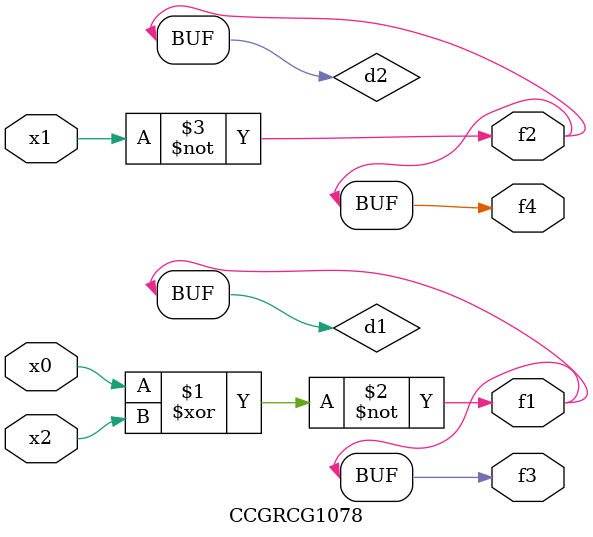
<source format=v>
module CCGRCG1078(
	input x0, x1, x2,
	output f1, f2, f3, f4
);

	wire d1, d2, d3;

	xnor (d1, x0, x2);
	nand (d2, x1);
	nor (d3, x1, x2);
	assign f1 = d1;
	assign f2 = d2;
	assign f3 = d1;
	assign f4 = d2;
endmodule

</source>
